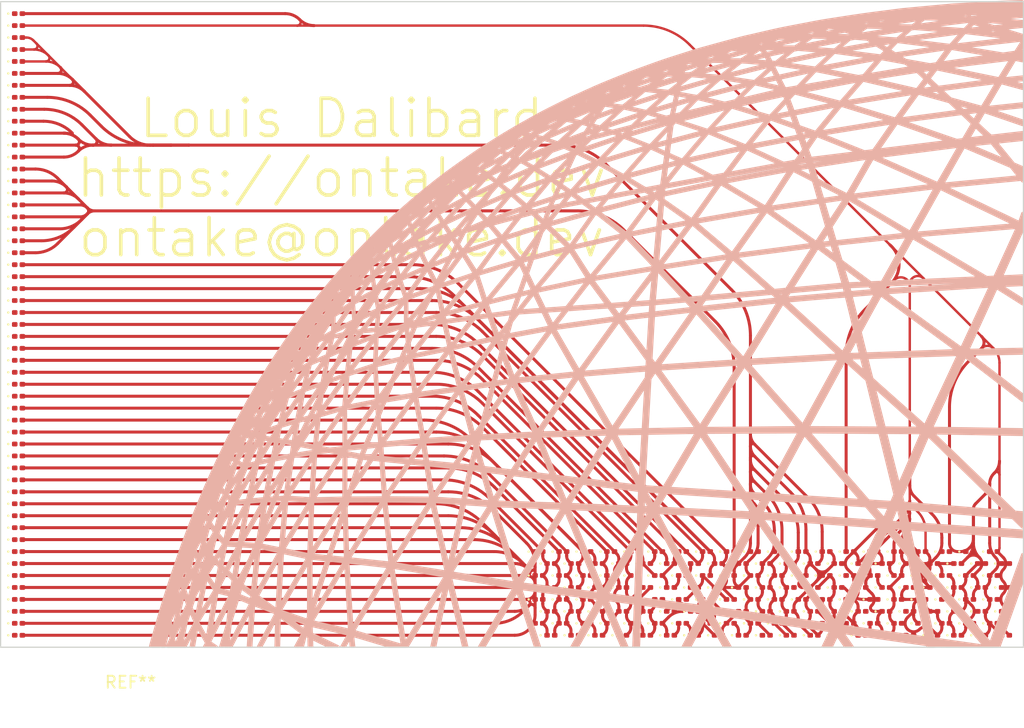
<source format=kicad_pcb>
(kicad_pcb (version 20211014) (generator pcbnew)

  (general
    (thickness 1.6)
  )

  (paper "A4")
  (layers
    (0 "F.Cu" signal)
    (31 "B.Cu" signal)
    (32 "B.Adhes" user "B.Adhesive")
    (33 "F.Adhes" user "F.Adhesive")
    (34 "B.Paste" user)
    (35 "F.Paste" user)
    (36 "B.SilkS" user "B.Silkscreen")
    (37 "F.SilkS" user "F.Silkscreen")
    (38 "B.Mask" user)
    (39 "F.Mask" user)
    (40 "Dwgs.User" user "User.Drawings")
    (41 "Cmts.User" user "User.Comments")
    (42 "Eco1.User" user "User.Eco1")
    (43 "Eco2.User" user "User.Eco2")
    (44 "Edge.Cuts" user)
    (45 "Margin" user)
    (46 "B.CrtYd" user "B.Courtyard")
    (47 "F.CrtYd" user "F.Courtyard")
    (48 "B.Fab" user)
    (49 "F.Fab" user)
    (50 "User.1" user)
    (51 "User.2" user)
    (52 "User.3" user)
    (53 "User.4" user)
    (54 "User.5" user)
    (55 "User.6" user)
    (56 "User.7" user)
    (57 "User.8" user)
    (58 "User.9" user)
  )

  (setup
    (pad_to_mask_clearance 0)
    (pcbplotparams
      (layerselection 0x00010fc_ffffffff)
      (disableapertmacros false)
      (usegerberextensions false)
      (usegerberattributes true)
      (usegerberadvancedattributes true)
      (creategerberjobfile true)
      (svguseinch false)
      (svgprecision 6)
      (excludeedgelayer true)
      (plotframeref false)
      (viasonmask false)
      (mode 1)
      (useauxorigin false)
      (hpglpennumber 1)
      (hpglpenspeed 20)
      (hpglpendiameter 15.000000)
      (dxfpolygonmode true)
      (dxfimperialunits true)
      (dxfusepcbnewfont true)
      (psnegative false)
      (psa4output false)
      (plotreference true)
      (plotvalue true)
      (plotinvisibletext false)
      (sketchpadsonfab false)
      (subtractmaskfromsilk false)
      (outputformat 1)
      (mirror false)
      (drillshape 1)
      (scaleselection 1)
      (outputdirectory "")
    )
  )

  (net 0 "")

  (footprint "Diode_SMD:D_0201_0603Metric" (layer "F.Cu") (at 179 99.5))

  (footprint "Diode_SMD:D_0201_0603Metric" (layer "F.Cu") (at 187 101.5))

  (footprint "Diode_SMD:D_0201_0603Metric" (layer "F.Cu") (at 198 102.5))

  (footprint "Diode_SMD:D_0201_0603Metric" (layer "F.Cu") (at 203 97.5))

  (footprint "Diode_SMD:D_0201_0603Metric" (layer "F.Cu") (at 199 97.5))

  (footprint "Diode_SMD:D_0201_0603Metric" (layer "F.Cu") (at 178 96.5))

  (footprint "Diode_SMD:D_0201_0603Metric" (layer "F.Cu") (at 205 99.5))

  (footprint "Diode_SMD:D_0201_0603Metric" (layer "F.Cu") (at 127.5 92.5))

  (footprint "Diode_SMD:D_0201_0603Metric" (layer "F.Cu") (at 127.5 93.5))

  (footprint "Diode_SMD:D_0201_0603Metric" (layer "F.Cu") (at 203 99.5))

  (footprint "Diode_SMD:D_0201_0603Metric" (layer "F.Cu") (at 192 98.5))

  (footprint "Diode_SMD:D_0201_0603Metric" (layer "F.Cu") (at 194 96.5))

  (footprint "Diode_SMD:D_0201_0603Metric" (layer "F.Cu") (at 171 101.5))

  (footprint "Diode_SMD:D_0201_0603Metric" (layer "F.Cu") (at 195 101.5))

  (footprint "Diode_SMD:D_0201_0603Metric" (layer "F.Cu") (at 188 96.5))

  (footprint "Diode_SMD:D_0201_0603Metric" (layer "F.Cu") (at 194 102.5))

  (footprint "Diode_SMD:D_0201_0603Metric" (layer "F.Cu") (at 127.5 66.5))

  (footprint "Diode_SMD:D_0201_0603Metric" (layer "F.Cu") (at 127.5 59.5))

  (footprint "Diode_SMD:D_0201_0603Metric" (layer "F.Cu") (at 209 101.5))

  (footprint "Diode_SMD:D_0201_0603Metric" (layer "F.Cu") (at 127.5 72.5))

  (footprint "Diode_SMD:D_0201_0603Metric" (layer "F.Cu") (at 127.5 61.5))

  (footprint "Diode_SMD:D_0201_0603Metric" (layer "F.Cu") (at 127.5 63.5))

  (footprint "Diode_SMD:D_0201_0603Metric" (layer "F.Cu") (at 172 100.5))

  (footprint "Diode_SMD:D_0201_0603Metric" (layer "F.Cu") (at 184 96.5))

  (footprint "Diode_SMD:D_0201_0603Metric" (layer "F.Cu") (at 198 96.5))

  (footprint "Diode_SMD:D_0201_0603Metric" (layer "F.Cu") (at 206 102.5))

  (footprint "Diode_SMD:D_0201_0603Metric" (layer "F.Cu") (at 209 97.5))

  (footprint "Diode_SMD:D_0201_0603Metric" (layer "F.Cu") (at 181 99.5))

  (footprint "Diode_SMD:D_0201_0603Metric" (layer "F.Cu") (at 189 97.5))

  (footprint "Diode_SMD:D_0201_0603Metric" (layer "F.Cu") (at 192 102.5))

  (footprint "Diode_SMD:D_0201_0603Metric" (layer "F.Cu") (at 180 98.5))

  (footprint "Diode_SMD:D_0201_0603Metric" (layer "F.Cu") (at 127.5 52.5))

  (footprint "Diode_SMD:D_0201_0603Metric" (layer "F.Cu") (at 185 97.5))

  (footprint "Diode_SMD:D_0201_0603Metric" (layer "F.Cu") (at 127.5 95.5))

  (footprint "Diode_SMD:D_0201_0603Metric" (layer "F.Cu") (at 204 98.5))

  (footprint "Diode_SMD:D_0201_0603Metric" (layer "F.Cu") (at 194 98.5))

  (footprint "Diode_SMD:D_0201_0603Metric" (layer "F.Cu") (at 183 101.5))

  (footprint "Diode_SMD:D_0201_0603Metric" (layer "F.Cu") (at 205 97.5))

  (footprint "Diode_SMD:D_0201_0603Metric" (layer "F.Cu") (at 127.5 85.5))

  (footprint "Diode_SMD:D_0201_0603Metric" (layer "F.Cu") (at 127.5 64.5))

  (footprint "Diode_SMD:D_0201_0603Metric" (layer "F.Cu") (at 173 99.5))

  (footprint "Diode_SMD:D_0201_0603Metric" (layer "F.Cu") (at 191 101.5))

  (footprint "Diode_SMD:D_0201_0603Metric" (layer "F.Cu") (at 189 95.5))

  (footprint "Diode_SMD:D_0201_0603Metric" (layer "F.Cu") (at 200 96.5))

  (footprint "Diode_SMD:D_0201_0603Metric" (layer "F.Cu") (at 127.5 98.5))

  (footprint "Diode_SMD:D_0201_0603Metric" (layer "F.Cu") (at 194 100.5))

  (footprint "Diode_SMD:D_0201_0603Metric" (layer "F.Cu") (at 181 97.5))

  (footprint "Diode_SMD:D_0201_0603Metric" (layer "F.Cu") (at 171 97.5))

  (footprint "Diode_SMD:D_0201_0603Metric" (layer "F.Cu") (at 127.5 99.5))

  (footprint "Diode_SMD:D_0201_0603Metric" (layer "F.Cu") (at 127.5 55.5))

  (footprint "Diode_SMD:D_0201_0603Metric" (layer "F.Cu") (at 184 102.5))

  (footprint "Diode_SMD:D_0201_0603Metric" (layer "F.Cu") (at 190 100.5))

  (footprint "Diode_SMD:D_0201_0603Metric" (layer "F.Cu") (at 207 97.5))

  (footprint "Diode_SMD:D_0201_0603Metric" (layer "F.Cu") (at 180 96.5))

  (footprint "Diode_SMD:D_0201_0603Metric" (layer "F.Cu") (at 192 96.5))

  (footprint "Diode_SMD:D_0201_0603Metric" (layer "F.Cu") (at 191 97.5))

  (footprint "Diode_SMD:D_0201_0603Metric" (layer "F.Cu") (at 179 95.5))

  (footprint "Diode_SMD:D_0201_0603Metric" (layer "F.Cu") (at 188 98.5))

  (footprint "Diode_SMD:D_0201_0603Metric" (layer "F.Cu") (at 182 96.5))

  (footprint "Library:HUHHHH" (layer "F.Cu")
    (tedit 0) (tstamp 3f5e9624-d6f7-4079-a2bc-c995b05f35aa)
    (at 136.864187 106.930353)
    (fp_text reference "REF**" (at 0 -0.5 unlocked) (layer "F.SilkS")
      (effects (font (size 1 1) (thickness 0.15)))
      (tstamp 7d37d0c5-f8fa-4c1c-9ea2-a250b06901c5)
    )
    (fp_text value "HUHHHH" (at 0 1 unlocked) (layer "F.Fab")
      (effects (font (size 1 1) (thickness 0.15)))
      (tstamp 1207c849-5d74-46c9-b787-3d6cc112da74)
    )
    (fp_text user "${REFERENCE}" (at 0 2.5 unlocked) (layer "F.Fab")
      (effects (font (size 1 1) (thickness 0.15)))
      (tstamp c14cd860-1490-48e8-82fc-c8e15e3a8fd8)
    )
    (fp_poly (pts
        (xy 74.551148 -57.467337)
        (xy 74.551881 -57.457433)
        (xy 74.553188 -57.419355)
        (xy 74.55509 -57.279467)
        (xy 74.555904 -57.072408)
        (xy 74.555461 -56.819547)
        (xy 74.552463 -56.168295)
        (xy 73.709667 -56.095342)
        (xy 72.556649 -55.99453)
        (xy 72.377724 -55.977229)
        (xy 72.350623 -55.973486)
        (xy 72.348032 -55.97242)
        (xy 72.350986 -55.971731)
        (xy 73.413417 -55.892683)
        (xy 74.503955 -55.810209)
        (xy 74.557582 -55.804212)
        (xy 74.557582 -55.329611)
        (xy 73.758205 -55.249784)
        (xy 73.181999 -55.191485)
        (xy 72.919208 -55.163404)
        (xy 72.916396 -55.162782)
        (xy 72.914482 -55.161965)
        (xy 72.913891 -55.161475)
        (xy 72.913557 -55.160925)
        (xy 72.913493 -55.160311)
        (xy 72.913709 -55.15963)
        (xy 72.915028 -55.158053)
        (xy 72.917603 -55.156164)
        (xy 72.921524 -55.153933)
        (xy 72.926881 -55.151332)
        (xy 72.933762 -55.148331)
        (xy 72.942257 -55.144901)
        (xy 72.964448 -55.136635)
        (xy 72.994169 -55.126301)
        (xy 73.032136 -55.113663)
        (xy 73.079064 -55.098489)
        (xy 73.135669 -55.080542)
        (xy 73.280772 -55.035395)
        (xy 73.473169 -54.976348)
        (xy 73.718585 -54.901525)
        (xy 74.557552 -54.6462)
        (xy 74.557582 -54.420011)
        (xy 74.557582 -54.193823)
        (xy 74.534702 -54.188726)
        (xy 72.057903 -53.909582)
        (xy 69.607547 -53.632116)
        (xy 70.098409 -53.549235)
        (xy 71.272334 -53.35494)
        (xy 72.933635 -53.08122)
        (xy 73.445941 -53.156233)
        (xy 73.808499 -53.209976)
        (xy 73.960788 -53.233862)
        (xy 73.967741 -53.243864)
        (xy 73.985578 -53.271541)
        (xy 74.049278 -53.37224)
        (xy 74.256374 -53.7013)
        (xy 74.464522 -54.030826)
        (xy 74.553531 -54.17037)
        (xy 74.553806 -54.170197)
        (xy 74.55407 -54.169261)
        (xy 74.554564 -54.165172)
        (xy 74.555421 -54.148651)
        (xy 74.556114 -54.122004)
        (xy 74.556654 -54.086424)
        (xy 74.557326 -53.993245)
        (xy 74.557529 -53.878675)
        (xy 74.557529 -53.582723)
        (xy 74.470462 -53.441328)
        (xy 74.436941 -53.386158)
        (xy 74.409995 -53.340466)
        (xy 74.399847 -53.322659)
        (xy 74.392371 -53.309004)
        (xy 74.387912 -53.300093)
        (xy 74.386922 -53.297603)
        (xy 74.386813 -53.296522)
        (xy 74.387166 -53.296349)
        (xy 74.38766 -53.296206)
        (xy 74.389058 -53.296006)
        (xy 74.390979 -53.295917)
        (xy 74.393396 -53.295935)
        (xy 74.39628 -53.296056)
        (xy 74.399604 -53.296276)
        (xy 74.407459 -53.296997)
        (xy 74.416738 -53.298065)
        (xy 74.42722 -53.299447)
        (xy 74.438682 -53.30111)
        (xy 74.4509 -53.303022)
        (xy 74.488755 -53.309456)
        (xy 74.503775 -53.311805)
        (xy 74.516452 -53.313261)
        (xy 74.521974 -53.31358)
        (xy 74.526984 -53.313587)
        (xy 74.531507 -53.313254)
        (xy 74.535567 -53.312549)
        (xy 74.539189 -53.311444)
        (xy 74.542398 -53.30991)
        (xy 74.545218 -53.307916)
        (xy 74.547673 -53.305433)
        (xy 74.54979 -53.302432)
        (xy 74.551591 -53.298883)
        (xy 74.553102 -53.294757)
        (xy 74.554348 -53.290024)
        (xy 74.555352 -53.284655)
        (xy 74.55614 -53.27862)
        (xy 74.557165 -53.264435)
        (xy 74.55762 -53.247232)
        (xy 74.5577 -53.226776)
        (xy 74.557529 -53.175161)
        (xy 74.55706 -53.121561)
        (xy 74.55603 -53.077568)
        (xy 74.55453 -53.036588)
        (xy 74.369205 -53.008261)
        (xy 74.316898 -53.000192)
        (xy 74.274975 -52.993304)
        (xy 74.242208 -52.987295)
        (xy 74.217364 -52.981862)
        (xy 74.207528 -52.979266)
        (xy 74.199213 -52.976701)
        (xy 74.192262 -52.974129)
        (xy 74.186524 -52.971511)
        (xy 74.181843 -52.96881)
        (xy 74.178067 -52.965988)
        (xy 74.17504 -52.963007)
        (xy 74.172611 -52.959829)
        (xy 74.158908 -52.939047)
        (xy 74.345264 -52.957029)
        (xy 74.480651 -52.969866)
        (xy 74.544399 -52.975469)
        (xy 74.545289 -52.975321)
        (xy 74.546141 -52.974813)
        (xy 74.546957 -52.973929)
        (xy 74.547736 -52.972655)
        (xy 74.548479 -52.970974)
        (xy 74.549187 -52.968872)
        (xy 74.549861 -52.966332)
        (xy 74.550501 -52.963339)
        (xy 74.551681 -52.955934)
        (xy 74.552732 -52.946531)
        (xy 74.553661 -52.935008)
        (xy 74.55447 -52.921241)
        (xy 74.555166 -52.905104)
        (xy 74.555754 -52.886476)
        (xy 74.556237 -52.865231)
        (xy 74.556622 -52.841246)
        (xy 74.557114 -52.784561)
        (xy 74.557269 -52.715429)
        (xy 74.55666 -52.593848)
        (xy 74.555845 -52.548758)
        (xy 74.554644 -52.513288)
        (xy 74.55302 -52.486805)
        (xy 74.550938 -52.468674)
        (xy 74.549715 -52.462543)
        (xy 74.548364 -52.458261)
        (xy 74.54688 -52.45575)
        (xy 74.545261 -52.454931)
        (xy 74.536831 -52.456206)
        (xy 74.51733 -52.459859)
        (xy 74.450146 -52.473277)
        (xy 74.353769 -52.49314)
        (xy 74.238262 -52.517401)
        (xy 74.123455 -52.541364)
        (xy 74.029022 -52.560426)
        (xy 73.964732 -52.572659)
        (xy 73.946944 -52.575614)
        (xy 73.940357 -52.576139)
        (xy 73.901451 -52.512841)
        (xy 73.799335 -52.343188)
        (xy 73.466098 -51.788275)
        (xy 72.99467 -51.004141)
        (xy 73.032718 -51.009641)
        (xy 73.26514 -51.034434)
        (xy 73.770572 -51.086218)
        (xy 74.513744 -51.16313)
        (xy 74.557163 -51.169027)
        (xy 74.557163 -50.872442)
        (xy 74.523982 -50.866941)
        (xy 74.47484 -50.86116)
        (xy 74.365641 -50.849454)
        (xy 74.031627 -50.815115)
        (xy 73.706582 -50.781626)
        (xy 73.607083 -50.770824)
        (xy 73.569804 -50.766126)
        (xy 73.578931 -50.76292)
        (xy 73.607179 -50.754721)
        (xy 73.712748 -50.725565)
        (xy 73.869934 -50.683087)
        (xy 74.06216 -50.631719)
        (xy 74.55717 -50.500006)
        (xy 74.55717 -50.32192)
        (xy 74.557013 -50.26702)
        (xy 74.556472 -50.224762)
        (xy 74.555446 -50.193573)
        (xy 74.553833 -50.171885)
        (xy 74.552775 -50.164113)
        (xy 74.551531 -50.158127)
        (xy 74.55009 -50.15373)
        (xy 74.548438 -50.150728)
        (xy 74.546563 -50.148922)
        (xy 74.544452 -50.148117)
        (xy 74.542092 -50.148117)
        (xy 74.53947 -50.148725)
        (xy 73.238387 -50.501556)
        (xy 72.89284 -50.592775)
        (xy 72.771625 -50.62158)
        (xy 72.176297 -49.611917)
        (xy 71.588901 -48.606695)
        (xy 74.513911 -48.915418)
        (xy 74.55733 -48.921621)
        (xy 74.55733 -48.618459)
        (xy 73.285922 -48.48599)
        (xy 72.39012 -48.390452)
        (xy 72.119257 -48.35985)
        (xy 72.021724 -48.346784)
        (xy 72.124025 -48.310598)
        (xy 72.397196 -48.217164)
        (xy 73.289729 -47.915098)
        (xy 74.554187 -47.486524)
        (xy 74.554459 -47.486107)
        (xy 74.554715 -47.48522)
        (xy 74.555177 -47.482084)
        (xy 74.555921 -47.470701)
        (xy 74.556453 -47.453144)
        (xy 74.556811 -47.430183)
        (xy 74.557139 -47.371129)
        (xy 74.557185 -47.299696)
        (xy 74.554187 -47.116499)
        (xy 72.97076 -47.66049)
        (xy 71.847255 -48.044044)
        (xy 71.369609 -48.202322)
        (xy 71.368259 -48.201715)
        (xy 71.366403 -48.200176)
        (xy 71.361174 -48.194306)
        (xy 71.353924 -48.184713)
        (xy 71.344656 -48.1714)
        (xy 71.333373 -48.15437)
        (xy 71.320076 -48.133626)
        (xy 71.28745 -48.081007)
        (xy 71.246797 -48.013565)
        (xy 71.198134 -47.931322)
        (xy 71.141481 -47.834301)
        (xy 71.076854 -47.722524)
        (xy 70.801845 -47.244886)
        (xy 71.357089 -46.729048)
        (xy 71.617028 -46.488742)
        (xy 71.792933 -46.329167)
        (xy 71.852796 -46.276607)
        (xy 71.895759 -46.240573)
        (xy 71.923193 -46.219847)
        (xy 71.931514 -46.214843)
        (xy 71.936465 -46.213209)
        (xy 72.328167 -46.256722)
        (xy 73.23582 -46.361341)
        (xy 74.535213 -46.509466)
        (xy 74.559222 -46.509466)
        (xy 74.559222 -46.217794)
        (xy 73.358859 -46.080145)
        (xy 72.482824 -45.976824)
        (xy 72.244324 -45.946129)
        (xy 72.182569 -45.936964)
        (xy 72.162044 -45.932279)
        (xy 72.162363 -45.931761)
        (xy 72.162758 -45.931256)
        (xy 72.163225 -45.930764)
        (xy 72.163765 -45.930288)
        (xy 72.164373 -45.929825)
        (xy 72.16505 -45.929378)
        (xy 72.165793 -45.928947)
        (xy 72.166599 -45.928532)
        (xy 72.167468 -45.928134)
        (xy 72.168397 -45.927753)
        (xy 72.170429 -45.927044)
        (xy 72.17268 -45.92641)
        (xy 72.175135 -45.925854)
        (xy 72.17778 -45.925379)
        (xy 72.180599 -45.924991)
        (xy 72.183578 -45.924693)
        (xy 72.186702 -45.924488)
        (xy 72.189956 -45.924381)
        (xy 72.193326 -45.924374)
        (xy 72.196795 -45.924473)
        (xy 72.200351 -45.924681)
        (xy 74.526012 -46.166326)
        (xy 74.55923 -46.171026)
        (xy 74.55923 -45.870664)
        (xy 73.478908 -45.759748)
        (xy 72.396869 -45.647497)
        (xy 72.410616 -45.629292)
        (xy 72.452095 -45.577649)
        (xy 72.606187 -45.388481)
        (xy 73.114482 -44.767637)
        (xy 73.833781 -43.889112)
        (xy 74.196376 -43.735876)
        (xy 74.558971 -43.58264)
        (xy 74.558971 -43.391096)
        (xy 74.558302 -43.316721)
        (xy 74.556471 -43.255816)
        (xy 74.555202 -43.232379)
        (xy 74.55374 -43.214666)
        (xy 74.55212 -43.203462)
        (xy 74.55126 -43.200546)
        (xy 74.550372 -43.199552)
        (xy 74.548921 -43.199791)
        (xy 74.546444 -43.200491)
        (xy 74.538643 -43.20318)
        (xy 74.527433 -43.207432)
        (xy 74.513279 -43.213057)
        (xy 74.496645 -43.219867)
        (xy 74.477995 -43.227674)
        (xy 74.457793 -43.236287)
        (xy 74.436504 -43.245519)
        (xy 74.395394 -43.263356)
        (xy 74.361147 -43.277973)
        (xy 74.337336 -43.287855)
        (xy 74.33046 -43.290547)
        (xy 74.327533 -43.291487)
        (xy 74.327412 -43.2913)
        (xy 74.327607 -43.290746)
        (xy 74.32891 -43.288573)
        (xy 74.331381 -43.285041)
        (xy 74.334958 -43.280222)
        (xy 74.345177 -43.26702)
        (xy 74.359069 -43.249553)
        (xy 74.376136 -43.228404)
        (xy 74.395878 -43.204161)
        (xy 74.441394 -43.148733)
        (xy 74.559085 -43.005979)
        (xy 74.559085 -42.397619)
        (xy 74.526248 -42.438268)
        (xy 74.511478 -42.456353)
        (xy 74.495485 -42.475557)
        (xy 74.480215 -42.493582)
        (xy 74.467616 -42.508131)
        (xy 74.441867 -42.537351)
        (xy 71.336528 -42.240011)
        (xy 68.183879 -41.935194)
        (xy 68.136569 -41.927694)
        (xy 71.193507 -40.46372)
        (xy 74.270168 -38.994589)
        (xy 74.271825 -38.994294)
        (xy 74.272656 -38.994258)
        (xy 74.273492 -38.994304)
        (xy 74.274335 -38.994438)
        (xy 74.275187 -38.994665)
        (xy 74.276051 -38.994992)
        (xy 74.276929 -38.995425)
        (xy 74.277824 -38.995969)
        (xy 74.278738 -38.996629)
        (xy 74.279673 -38.997413)
        (xy 74.280632 -38.998325)
        (xy 74.28263 -39.00056)
        (xy 74.284752 -39.00338)
        (xy 74.287017 -39.006832)
        (xy 74.289443 -39.010962)
        (xy 74.29205 -39.015819)
        (xy 74.294856 -39.021447)
        (xy 74.297882 -39.027895)
        (xy 74.301145 -39.035209)
        (xy 74.304666 -39.043435)
        (xy 74.308462 -39.052621)
        (xy 74.312554 -39.062813)
        (xy 74.31696 -39.074058)
        (xy 74.32679 -39.099894)
        (xy 74.338106 -39.130504)
        (xy 74.35106 -39.166262)
        (xy 74.365804 -39.207541)
        (xy 74.382492 -39.254717)
        (xy 74.422305 -39.368254)
        (xy 74.554691 -39.747076)
        (xy 74.557689 -39.01489)
        (xy 74.560687 -38.282713)
        (xy 73.695934 -36.368574)
        (xy 73.086581 -35.015328)
        (xy 72.835925 -34.449705)
        (xy 73.067371 -34.457168)
        (xy 73.586582 -34.478839)
        (xy 74.476268 -34.520864)
        (xy 74.560535 -34.526563)
        (xy 74.560535 -34.363249)
        (xy 74.560177 -34.269638)
        (xy 74.559328 -34.240473)
        (xy 74.558619 -34.229472)
        (xy 74.557675 -34.220546)
        (xy 74.556462 -34.213456)
        (xy 74.554949 -34.207966)
        (xy 74.5531 -34.203841)
        (xy 74.550882 -34.200843)
        (xy 74.548262 -34.198737)
        (xy 74.545207 -34.197285)
        (xy 74.537654 -34.195402)
        (xy 73.641907 -34.154503)
        (xy 72.713527 -34.117483)
        (xy 72.707863 -34.117477)
        (xy 72.702783 -34.117295)
        (xy 72.700436 -34.117113)
        (xy 72.698206 -34.116856)
        (xy 72.696083 -34.116514)
        (xy 72.694057 -34.116077)
        (xy 72.692117 -34.115535)
        (xy 72.690255 -34.114876)
        (xy 72.68846 -34.114092)
        (xy 72.686723 -34.113171)
        (xy 72.685034 -34.112104)
        (xy 72.683384 -34.11088)
        (xy 72.681762 -34.109489)
        (xy 72.680158 -34.10792)
        (xy 72.678563 -34.106164)
        (xy 72.676968 -34.10421)
        (xy 72.675361 -34.102048)
        (xy 72.673735 -34.099667)
        (xy 72.672078 -34.097058)
        (xy 72.670381 -34.094209)
        (xy 72.668635 -34.091112)
        (xy 72.666829 -34.087754)
        (xy 72.662999 -34.08022)
        (xy 72.658814 -34.071525)
        (xy 72.654196 -34.061586)
        (xy 72.649066 -34.050321)
       
... [1889857 chars truncated]
</source>
